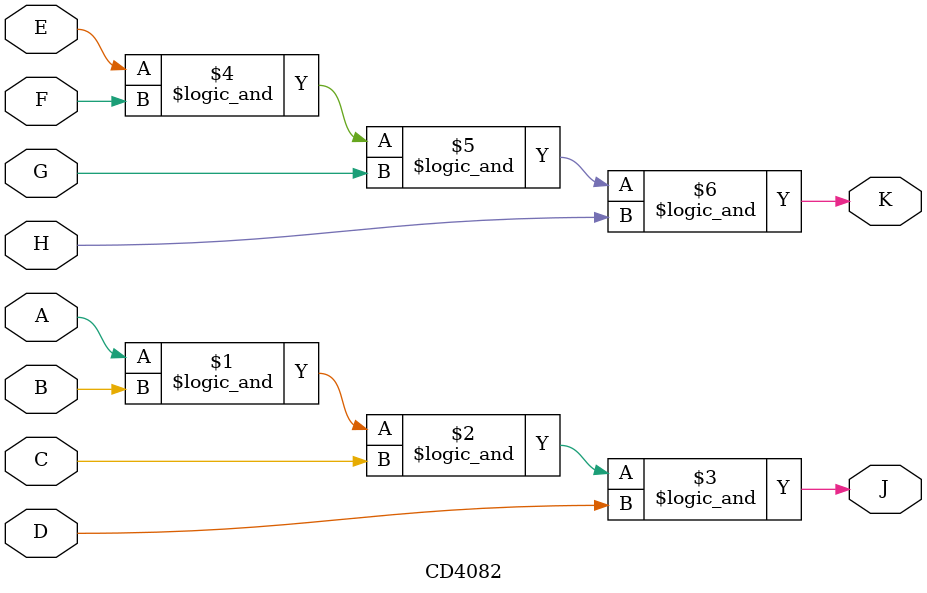
<source format=v>
module CD4082(
    input A, B, C, D,
    input E, F, G, H,
    output J,
    output K
    );
    
    assign J = A && B && C && D;
    assign K = E && F && G && H;
    
endmodule

</source>
